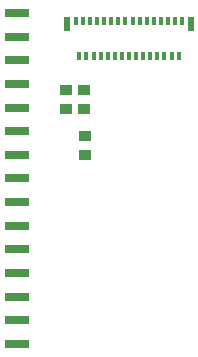
<source format=gtp>
%FSLAX25Y25*%
%MOIN*%
G70*
G01*
G75*
G04 Layer_Color=8421504*
%ADD10R,0.07874X0.03150*%
%ADD11R,0.01969X0.04724*%
%ADD12R,0.01181X0.03150*%
%ADD13R,0.03937X0.03543*%
%ADD14C,0.00800*%
%ADD15C,0.02000*%
%ADD16C,0.00600*%
%ADD17C,0.01500*%
%ADD18C,0.02600*%
%ADD19C,0.04000*%
%ADD20C,0.01000*%
%ADD21C,0.03200*%
%ADD22R,0.03937X0.03740*%
%ADD23R,0.03740X0.03937*%
%ADD24R,0.03543X0.03937*%
%ADD25C,0.01200*%
%ADD26C,0.01181*%
%ADD27C,0.00787*%
%ADD28R,0.01181X0.17323*%
D10*
X447500Y400236D02*
D03*
Y376614D02*
D03*
Y368740D02*
D03*
Y360866D02*
D03*
Y352992D02*
D03*
Y345118D02*
D03*
Y337244D02*
D03*
Y329370D02*
D03*
Y321496D02*
D03*
Y313622D02*
D03*
Y305748D02*
D03*
Y297874D02*
D03*
Y290000D02*
D03*
Y384488D02*
D03*
Y392362D02*
D03*
D11*
X505653Y396713D02*
D03*
X464314D02*
D03*
D12*
X467267Y397500D02*
D03*
X468448Y385886D02*
D03*
X469629Y397500D02*
D03*
X470810Y385886D02*
D03*
X471991Y397500D02*
D03*
X473172Y385886D02*
D03*
X474354Y397500D02*
D03*
X475535Y385886D02*
D03*
X476716Y397500D02*
D03*
X477897Y385886D02*
D03*
X479078Y397500D02*
D03*
X480259Y385886D02*
D03*
X481440Y397500D02*
D03*
X482621Y385886D02*
D03*
X483802Y397500D02*
D03*
X484983Y385886D02*
D03*
X486165Y397500D02*
D03*
X487346Y385886D02*
D03*
X488527Y397500D02*
D03*
X489708Y385886D02*
D03*
X490889Y397500D02*
D03*
X492070Y385886D02*
D03*
X493251Y397500D02*
D03*
X494432Y385886D02*
D03*
X495613Y397500D02*
D03*
X496795Y385886D02*
D03*
X497976Y397500D02*
D03*
X499157Y385886D02*
D03*
X500338Y397500D02*
D03*
X501519Y385886D02*
D03*
X502700Y397500D02*
D03*
D13*
X469900Y368150D02*
D03*
Y374450D02*
D03*
X463900Y368250D02*
D03*
Y374550D02*
D03*
X470400Y352950D02*
D03*
Y359250D02*
D03*
M02*

</source>
